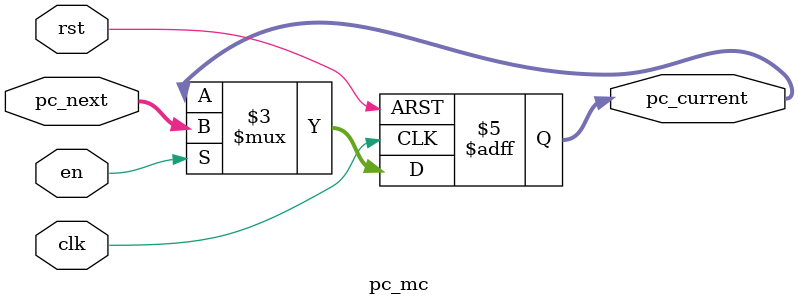
<source format=v>
module pc_mc (
    input wire clk,              // Clock signal
    input wire rst,              // Reset signal
    input wire en,               // Write enable - PC only updates when en=1
    input wire [31:0] pc_next,   // Next PC value
    output reg [31:0] pc_current // Current PC value
);
    
    // Initialize PC to 0
    initial begin
        pc_current = 32'b0;
    end

    // Sequential logic: Update PC on clock edge only when enabled
    always @(posedge clk or posedge rst) begin 
        if (rst)
            pc_current <= 32'b0;     // Reset to address 0
        else if (en)
            pc_current <= pc_next;   // Update only when enabled
        // If en=0, PC holds its current value
    end

endmodule
</source>
